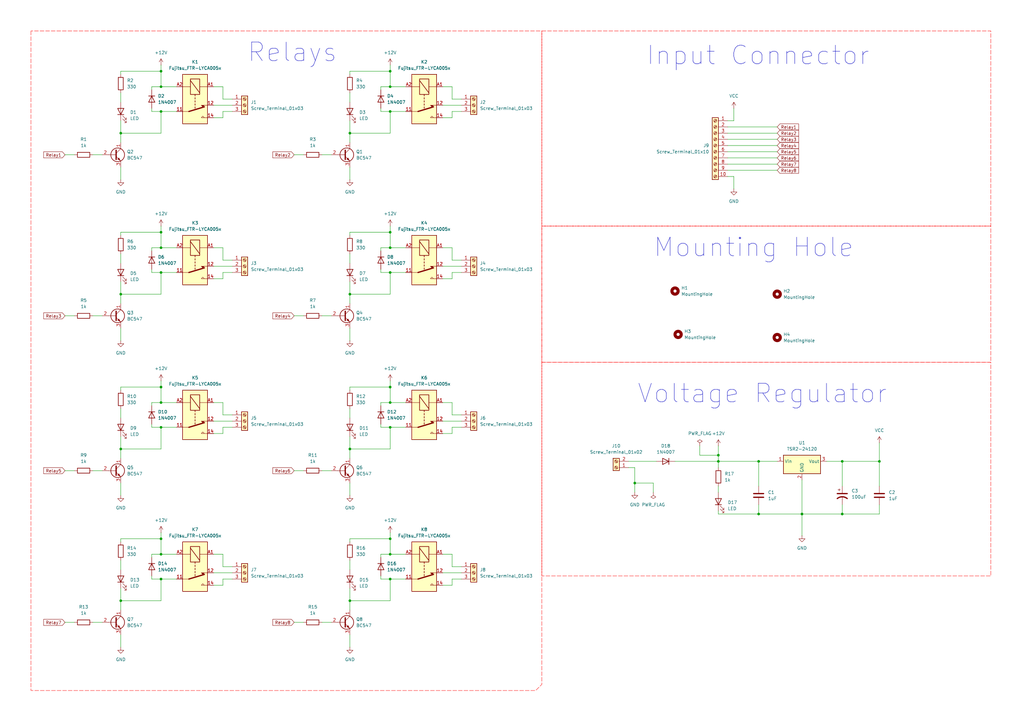
<source format=kicad_sch>
(kicad_sch (version 20250114) (generator "eeschema") (generator_version "9.0")
  (paper "A3")
  (text "Voltage Regulator\n" (at 312.674 161.544 0) (effects (font (size 7.62 7.62))))
  (text "Relays\n" (at 119.888 21.59 0) (effects (font (size 7.62 7.62))))
  (text "Mounting Hole" (at 309.118 101.6 0) (effects (font (size 7.62 7.62))))
  (text "Input Connector\n" (at 310.896 22.86 0) (effects (font (size 7.62 7.62))))
  (junction (at 160.02 175.26))
  (junction (at 160.02 29.21))
  (junction (at 66.04 237.49))
  (junction (at 160.02 165.1))
  (junction (at 260.35 198.12))
  (junction (at 294.64 189.23))
  (junction (at 49.53 246.38))
  (junction (at 160.02 101.6))
  (junction (at 66.04 95.25))
  (junction (at 160.02 45.72))
  (junction (at 66.04 29.21))
  (junction (at 160.02 227.33))
  (junction (at 66.04 220.98))
  (junction (at 66.04 45.72))
  (junction (at 160.02 220.98))
  (junction (at 49.53 184.15))
  (junction (at 311.15 210.82))
  (junction (at 360.68 189.23))
  (junction (at 49.53 54.61))
  (junction (at 66.04 158.75))
  (junction (at 345.44 189.23))
  (junction (at 160.02 237.49))
  (junction (at 66.04 35.56))
  (junction (at 160.02 95.25))
  (junction (at 345.44 210.82))
  (junction (at 143.51 184.15))
  (junction (at 294.64 186.69))
  (junction (at 66.04 227.33))
  (junction (at 311.15 189.23))
  (junction (at 143.51 54.61))
  (junction (at 66.04 175.26))
  (junction (at 66.04 165.1))
  (junction (at 49.53 120.65))
  (junction (at 143.51 120.65))
  (junction (at 66.04 111.76))
  (junction (at 328.93 210.82))
  (junction (at 143.51 246.38))
  (junction (at 160.02 158.75))
  (junction (at 66.04 101.6))
  (junction (at 160.02 111.76))
  (junction (at 160.02 35.56))
  (wire (pts (xy 49.53 134.62) (xy 49.53 139.7)))
  (wire (pts (xy 328.93 210.82) (xy 345.44 210.82)))
  (wire (pts (xy 66.04 95.25) (xy 66.04 101.6)))
  (wire (pts (xy 91.44 240.03) (xy 91.44 237.49)))
  (wire (pts (xy 185.42 165.1) (xy 185.42 170.18)))
  (wire (pts (xy 91.44 111.76) (xy 95.25 111.76)))
  (wire (pts (xy 298.45 64.77) (xy 318.77 64.77)))
  (wire (pts (xy 49.53 49.53) (xy 49.53 54.61)))
  (wire (pts (xy 49.53 30.48) (xy 49.53 29.21)))
  (wire (pts (xy 26.67 255.27) (xy 30.48 255.27)))
  (wire (pts (xy 185.42 40.64) (xy 189.23 40.64)))
  (wire (pts (xy 66.04 218.44) (xy 66.04 220.98)))
  (wire (pts (xy 66.04 111.76) (xy 62.23 111.76)))
  (wire (pts (xy 298.45 69.85) (xy 318.77 69.85)))
  (wire (pts (xy 300.99 49.53) (xy 298.45 49.53)))
  (wire (pts (xy 160.02 175.26) (xy 160.02 184.15)))
  (wire (pts (xy 143.51 184.15) (xy 143.51 187.96)))
  (wire (pts (xy 345.44 189.23) (xy 360.68 189.23)))
  (wire (pts (xy 72.39 101.6) (xy 66.04 101.6)))
  (wire (pts (xy 66.04 156.21) (xy 66.04 158.75)))
  (wire (pts (xy 185.42 240.03) (xy 185.42 237.49)))
  (wire (pts (xy 72.39 227.33) (xy 66.04 227.33)))
  (wire (pts (xy 160.02 218.44) (xy 160.02 220.98)))
  (wire (pts (xy 160.02 175.26) (xy 156.21 175.26)))
  (wire (pts (xy 49.53 260.35) (xy 49.53 265.43)))
  (wire (pts (xy 143.51 29.21) (xy 160.02 29.21)))
  (wire (pts (xy 91.44 165.1) (xy 91.44 170.18)))
  (wire (pts (xy 339.09 189.23) (xy 345.44 189.23)))
  (wire (pts (xy 143.51 160.02) (xy 143.51 158.75)))
  (wire (pts (xy 132.08 129.54) (xy 135.89 129.54)))
  (wire (pts (xy 294.64 191.77) (xy 294.64 189.23)))
  (wire (pts (xy 185.42 170.18) (xy 189.23 170.18)))
  (wire (pts (xy 298.45 72.39) (xy 300.99 72.39)))
  (wire (pts (xy 360.68 181.61) (xy 360.68 189.23)))
  (wire (pts (xy 311.15 189.23) (xy 311.15 199.39)))
  (wire (pts (xy 120.65 255.27) (xy 124.46 255.27)))
  (wire (pts (xy 143.51 198.12) (xy 143.51 203.2)))
  (wire (pts (xy 257.81 191.77) (xy 260.35 191.77)))
  (wire (pts (xy 160.02 165.1) (xy 156.21 165.1)))
  (wire (pts (xy 257.81 189.23) (xy 269.24 189.23)))
  (wire (pts (xy 38.1 255.27) (xy 41.91 255.27)))
  (wire (pts (xy 160.02 111.76) (xy 160.02 120.65)))
  (wire (pts (xy 91.44 170.18) (xy 95.25 170.18)))
  (wire (pts (xy 91.44 232.41) (xy 95.25 232.41)))
  (wire (pts (xy 66.04 92.71) (xy 66.04 95.25)))
  (wire (pts (xy 143.51 179.07) (xy 143.51 184.15)))
  (wire (pts (xy 143.51 38.1) (xy 143.51 41.91)))
  (wire (pts (xy 66.04 158.75) (xy 66.04 165.1)))
  (wire (pts (xy 49.53 167.64) (xy 49.53 171.45)))
  (wire (pts (xy 160.02 237.49) (xy 160.02 246.38)))
  (wire (pts (xy 185.42 232.41) (xy 189.23 232.41)))
  (wire (pts (xy 160.02 120.65) (xy 143.51 120.65)))
  (wire (pts (xy 38.1 193.04) (xy 41.91 193.04)))
  (wire (pts (xy 91.44 175.26) (xy 95.25 175.26)))
  (wire (pts (xy 345.44 199.39) (xy 345.44 189.23)))
  (wire (pts (xy 298.45 54.61) (xy 318.77 54.61)))
  (wire (pts (xy 298.45 52.07) (xy 318.77 52.07)))
  (wire (pts (xy 185.42 106.68) (xy 189.23 106.68)))
  (wire (pts (xy 181.61 35.56) (xy 185.42 35.56)))
  (wire (pts (xy 166.37 237.49) (xy 160.02 237.49)))
  (wire (pts (xy 185.42 114.3) (xy 185.42 111.76)))
  (wire (pts (xy 91.44 45.72) (xy 95.25 45.72)))
  (wire (pts (xy 66.04 29.21) (xy 66.04 35.56)))
  (wire (pts (xy 66.04 237.49) (xy 66.04 246.38)))
  (wire (pts (xy 298.45 57.15) (xy 318.77 57.15)))
  (wire (pts (xy 345.44 210.82) (xy 360.68 210.82)))
  (wire (pts (xy 49.53 38.1) (xy 49.53 41.91)))
  (wire (pts (xy 166.37 165.1) (xy 160.02 165.1)))
  (wire (pts (xy 49.53 158.75) (xy 66.04 158.75)))
  (wire (pts (xy 72.39 165.1) (xy 66.04 165.1)))
  (wire (pts (xy 26.67 63.5) (xy 30.48 63.5)))
  (wire (pts (xy 49.53 68.58) (xy 49.53 73.66)))
  (wire (pts (xy 91.44 48.26) (xy 91.44 45.72)))
  (wire (pts (xy 160.02 45.72) (xy 156.21 45.72)))
  (wire (pts (xy 143.51 229.87) (xy 143.51 233.68)))
  (wire (pts (xy 66.04 54.61) (xy 49.53 54.61)))
  (wire (pts (xy 66.04 120.65) (xy 49.53 120.65)))
  (wire (pts (xy 160.02 246.38) (xy 143.51 246.38)))
  (wire (pts (xy 298.45 62.23) (xy 318.77 62.23)))
  (wire (pts (xy 181.61 48.26) (xy 185.42 48.26)))
  (wire (pts (xy 360.68 207.01) (xy 360.68 210.82)))
  (wire (pts (xy 143.51 158.75) (xy 160.02 158.75)))
  (wire (pts (xy 49.53 96.52) (xy 49.53 95.25)))
  (wire (pts (xy 166.37 45.72) (xy 160.02 45.72)))
  (wire (pts (xy 132.08 193.04) (xy 135.89 193.04)))
  (wire (pts (xy 87.63 172.72) (xy 95.25 172.72)))
  (wire (pts (xy 160.02 29.21) (xy 160.02 35.56)))
  (wire (pts (xy 181.61 172.72) (xy 189.23 172.72)))
  (wire (pts (xy 185.42 177.8) (xy 185.42 175.26)))
  (wire (pts (xy 49.53 241.3) (xy 49.53 246.38)))
  (wire (pts (xy 143.51 120.65) (xy 143.51 124.46)))
  (wire (pts (xy 160.02 237.49) (xy 156.21 237.49)))
  (wire (pts (xy 87.63 177.8) (xy 91.44 177.8)))
  (wire (pts (xy 160.02 184.15) (xy 143.51 184.15)))
  (wire (pts (xy 72.39 237.49) (xy 66.04 237.49)))
  (wire (pts (xy 87.63 43.18) (xy 95.25 43.18)))
  (wire (pts (xy 143.51 49.53) (xy 143.51 54.61)))
  (wire (pts (xy 156.21 101.6) (xy 156.21 102.87)))
  (wire (pts (xy 49.53 160.02) (xy 49.53 158.75)))
  (wire (pts (xy 181.61 114.3) (xy 185.42 114.3)))
  (wire (pts (xy 156.21 165.1) (xy 156.21 166.37)))
  (wire (pts (xy 294.64 189.23) (xy 311.15 189.23)))
  (wire (pts (xy 185.42 237.49) (xy 189.23 237.49)))
  (wire (pts (xy 49.53 184.15) (xy 49.53 187.96)))
  (wire (pts (xy 66.04 175.26) (xy 62.23 175.26)))
  (wire (pts (xy 66.04 165.1) (xy 62.23 165.1)))
  (wire (pts (xy 62.23 227.33) (xy 62.23 228.6)))
  (wire (pts (xy 185.42 35.56) (xy 185.42 40.64)))
  (wire (pts (xy 160.02 26.67) (xy 160.02 29.21)))
  (wire (pts (xy 160.02 54.61) (xy 143.51 54.61)))
  (wire (pts (xy 345.44 207.01) (xy 345.44 210.82)))
  (wire (pts (xy 26.67 193.04) (xy 30.48 193.04)))
  (wire (pts (xy 318.77 189.23) (xy 311.15 189.23)))
  (wire (pts (xy 300.99 44.45) (xy 300.99 49.53)))
  (wire (pts (xy 143.51 30.48) (xy 143.51 29.21)))
  (wire (pts (xy 49.53 198.12) (xy 49.53 203.2)))
  (wire (pts (xy 49.53 246.38) (xy 49.53 250.19)))
  (wire (pts (xy 49.53 95.25) (xy 66.04 95.25)))
  (wire (pts (xy 120.65 63.5) (xy 124.46 63.5)))
  (wire (pts (xy 160.02 220.98) (xy 160.02 227.33)))
  (wire (pts (xy 87.63 48.26) (xy 91.44 48.26)))
  (wire (pts (xy 181.61 227.33) (xy 185.42 227.33)))
  (wire (pts (xy 160.02 45.72) (xy 160.02 54.61)))
  (wire (pts (xy 185.42 48.26) (xy 185.42 45.72)))
  (wire (pts (xy 87.63 114.3) (xy 91.44 114.3)))
  (wire (pts (xy 143.51 54.61) (xy 143.51 58.42)))
  (wire (pts (xy 143.51 260.35) (xy 143.51 265.43)))
  (wire (pts (xy 62.23 101.6) (xy 62.23 102.87)))
  (wire (pts (xy 300.99 72.39) (xy 300.99 77.47)))
  (wire (pts (xy 49.53 115.57) (xy 49.53 120.65)))
  (wire (pts (xy 91.44 106.68) (xy 95.25 106.68)))
  (wire (pts (xy 66.04 184.15) (xy 49.53 184.15)))
  (wire (pts (xy 181.61 234.95) (xy 189.23 234.95)))
  (wire (pts (xy 160.02 158.75) (xy 160.02 165.1)))
  (wire (pts (xy 181.61 43.18) (xy 189.23 43.18)))
  (wire (pts (xy 66.04 45.72) (xy 62.23 45.72)))
  (wire (pts (xy 62.23 173.99) (xy 62.23 175.26)))
  (wire (pts (xy 260.35 198.12) (xy 260.35 201.93)))
  (wire (pts (xy 72.39 111.76) (xy 66.04 111.76)))
  (wire (pts (xy 166.37 101.6) (xy 160.02 101.6)))
  (wire (pts (xy 91.44 237.49) (xy 95.25 237.49)))
  (wire (pts (xy 185.42 45.72) (xy 189.23 45.72)))
  (wire (pts (xy 62.23 35.56) (xy 62.23 36.83)))
  (wire (pts (xy 66.04 26.67) (xy 66.04 29.21)))
  (wire (pts (xy 185.42 227.33) (xy 185.42 232.41)))
  (wire (pts (xy 143.51 68.58) (xy 143.51 73.66)))
  (wire (pts (xy 298.45 59.69) (xy 318.77 59.69)))
  (wire (pts (xy 156.21 236.22) (xy 156.21 237.49)))
  (wire (pts (xy 181.61 109.22) (xy 189.23 109.22)))
  (wire (pts (xy 143.51 95.25) (xy 160.02 95.25)))
  (wire (pts (xy 91.44 101.6) (xy 91.44 106.68)))
  (wire (pts (xy 260.35 198.12) (xy 267.97 198.12)))
  (wire (pts (xy 120.65 129.54) (xy 124.46 129.54)))
  (wire (pts (xy 287.02 186.69) (xy 294.64 186.69)))
  (wire (pts (xy 91.44 177.8) (xy 91.44 175.26)))
  (wire (pts (xy 166.37 111.76) (xy 160.02 111.76)))
  (wire (pts (xy 91.44 35.56) (xy 91.44 40.64)))
  (wire (pts (xy 360.68 189.23) (xy 360.68 199.39)))
  (wire (pts (xy 166.37 227.33) (xy 160.02 227.33)))
  (wire (pts (xy 91.44 40.64) (xy 95.25 40.64)))
  (wire (pts (xy 143.51 222.25) (xy 143.51 220.98)))
  (wire (pts (xy 38.1 129.54) (xy 41.91 129.54)))
  (wire (pts (xy 87.63 101.6) (xy 91.44 101.6)))
  (wire (pts (xy 143.51 96.52) (xy 143.51 95.25)))
  (wire (pts (xy 132.08 63.5) (xy 135.89 63.5)))
  (wire (pts (xy 328.93 196.85) (xy 328.93 210.82)))
  (wire (pts (xy 260.35 191.77) (xy 260.35 198.12)))
  (wire (pts (xy 185.42 175.26) (xy 189.23 175.26)))
  (wire (pts (xy 72.39 35.56) (xy 66.04 35.56)))
  (wire (pts (xy 160.02 92.71) (xy 160.02 95.25)))
  (wire (pts (xy 91.44 227.33) (xy 91.44 232.41)))
  (wire (pts (xy 160.02 227.33) (xy 156.21 227.33)))
  (wire (pts (xy 185.42 111.76) (xy 189.23 111.76)))
  (wire (pts (xy 49.53 179.07) (xy 49.53 184.15)))
  (wire (pts (xy 294.64 182.88) (xy 294.64 186.69)))
  (wire (pts (xy 166.37 35.56) (xy 160.02 35.56)))
  (wire (pts (xy 156.21 173.99) (xy 156.21 175.26)))
  (wire (pts (xy 143.51 104.14) (xy 143.51 107.95)))
  (wire (pts (xy 311.15 210.82) (xy 328.93 210.82)))
  (wire (pts (xy 160.02 35.56) (xy 156.21 35.56)))
  (wire (pts (xy 156.21 110.49) (xy 156.21 111.76)))
  (wire (pts (xy 156.21 44.45) (xy 156.21 45.72)))
  (wire (pts (xy 87.63 234.95) (xy 95.25 234.95)))
  (wire (pts (xy 87.63 227.33) (xy 91.44 227.33)))
  (wire (pts (xy 120.65 193.04) (xy 124.46 193.04)))
  (wire (pts (xy 87.63 109.22) (xy 95.25 109.22)))
  (wire (pts (xy 66.04 111.76) (xy 66.04 120.65)))
  (wire (pts (xy 66.04 35.56) (xy 62.23 35.56)))
  (wire (pts (xy 26.67 129.54) (xy 30.48 129.54)))
  (wire (pts (xy 66.04 175.26) (xy 66.04 184.15)))
  (wire (pts (xy 66.04 227.33) (xy 62.23 227.33)))
  (wire (pts (xy 181.61 240.03) (xy 185.42 240.03)))
  (wire (pts (xy 38.1 63.5) (xy 41.91 63.5)))
  (wire (pts (xy 181.61 177.8) (xy 185.42 177.8)))
  (wire (pts (xy 72.39 45.72) (xy 66.04 45.72)))
  (wire (pts (xy 160.02 101.6) (xy 156.21 101.6)))
  (wire (pts (xy 66.04 237.49) (xy 62.23 237.49)))
  (wire (pts (xy 294.64 209.55) (xy 294.64 210.82)))
  (wire (pts (xy 62.23 44.45) (xy 62.23 45.72)))
  (wire (pts (xy 62.23 110.49) (xy 62.23 111.76)))
  (wire (pts (xy 91.44 114.3) (xy 91.44 111.76)))
  (wire (pts (xy 328.93 210.82) (xy 328.93 219.71)))
  (wire (pts (xy 49.53 220.98) (xy 66.04 220.98)))
  (wire (pts (xy 49.53 104.14) (xy 49.53 107.95)))
  (wire (pts (xy 143.51 115.57) (xy 143.51 120.65)))
  (wire (pts (xy 185.42 101.6) (xy 185.42 106.68)))
  (wire (pts (xy 298.45 67.31) (xy 318.77 67.31)))
  (wire (pts (xy 62.23 165.1) (xy 62.23 166.37)))
  (wire (pts (xy 66.04 45.72) (xy 66.04 54.61)))
  (wire (pts (xy 143.51 134.62) (xy 143.51 139.7)))
  (wire (pts (xy 66.04 220.98) (xy 66.04 227.33)))
  (wire (pts (xy 87.63 35.56) (xy 91.44 35.56)))
  (wire (pts (xy 143.51 241.3) (xy 143.51 246.38)))
  (wire (pts (xy 143.51 220.98) (xy 160.02 220.98)))
  (wire (pts (xy 49.53 120.65) (xy 49.53 124.46)))
  (wire (pts (xy 181.61 165.1) (xy 185.42 165.1)))
  (wire (pts (xy 276.86 189.23) (xy 294.64 189.23)))
  (wire (pts (xy 49.53 29.21) (xy 66.04 29.21)))
  (wire (pts (xy 49.53 222.25) (xy 49.53 220.98)))
  (wire (pts (xy 160.02 156.21) (xy 160.02 158.75)))
  (wire (pts (xy 66.04 246.38) (xy 49.53 246.38)))
  (wire (pts (xy 294.64 199.39) (xy 294.64 201.93)))
  (wire (pts (xy 62.23 236.22) (xy 62.23 237.49)))
  (wire (pts (xy 49.53 229.87) (xy 49.53 233.68)))
  (wire (pts (xy 132.08 255.27) (xy 135.89 255.27)))
  (wire (pts (xy 156.21 227.33) (xy 156.21 228.6)))
  (wire (pts (xy 311.15 207.01) (xy 311.15 210.82)))
  (wire (pts (xy 143.51 246.38) (xy 143.51 250.19)))
  (wire (pts (xy 49.53 54.61) (xy 49.53 58.42)))
  (wire (pts (xy 267.97 201.93) (xy 267.97 198.12)))
  (wire (pts (xy 166.37 175.26) (xy 160.02 175.26)))
  (wire (pts (xy 87.63 240.03) (xy 91.44 240.03)))
  (wire (pts (xy 72.39 175.26) (xy 66.04 175.26)))
  (wire (pts (xy 66.04 101.6) (xy 62.23 101.6)))
  (wire (pts (xy 156.21 35.56) (xy 156.21 36.83)))
  (wire (pts (xy 160.02 111.76) (xy 156.21 111.76)))
  (wire (pts (xy 294.64 210.82) (xy 311.15 210.82)))
  (wire (pts (xy 287.02 182.88) (xy 287.02 186.69)))
  (wire (pts (xy 143.51 167.64) (xy 143.51 171.45)))
  (wire (pts (xy 294.64 186.69) (xy 294.64 189.23)))
  (wire (pts (xy 160.02 95.25) (xy 160.02 101.6)))
  (wire (pts (xy 181.61 101.6) (xy 185.42 101.6)))
  (wire (pts (xy 87.63 165.1) (xy 91.44 165.1)))
  (global_label "Relay7" (shape input) (at 318.77 67.31 0) (property "Intersheetrefs" "${INTERSHEET_REFS}" (effects (hide yes))))
  (global_label "Relay5" (shape input) (at 318.77 62.23 0) (property "Intersheetrefs" "${INTERSHEET_REFS}" (effects (hide yes))))
  (global_label "Relay6" (shape input) (at 318.77 64.77 0) (property "Intersheetrefs" "${INTERSHEET_REFS}" (effects (hide yes))))
  (global_label "Relay1" (shape input) (at 26.67 63.5 180) (property "Intersheetrefs" "${INTERSHEET_REFS}" (effects (hide yes))))
  (global_label "Relay2" (shape input) (at 120.65 63.5 180) (property "Intersheetrefs" "${INTERSHEET_REFS}" (effects (hide yes))))
  (global_label "Relay5" (shape input) (at 26.67 193.04 180) (property "Intersheetrefs" "${INTERSHEET_REFS}" (effects (hide yes))))
  (global_label "Relay4" (shape input) (at 120.65 129.54 180) (property "Intersheetrefs" "${INTERSHEET_REFS}" (effects (hide yes))))
  (global_label "Relay2" (shape input) (at 318.77 54.61 0) (property "Intersheetrefs" "${INTERSHEET_REFS}" (effects (hide yes))))
  (global_label "Relay8" (shape input) (at 318.77 69.85 0) (property "Intersheetrefs" "${INTERSHEET_REFS}" (effects (hide yes))))
  (global_label "Relay3" (shape input) (at 26.67 129.54 180) (property "Intersheetrefs" "${INTERSHEET_REFS}" (effects (hide yes))))
  (global_label "Relay3" (shape input) (at 318.77 57.15 0) (property "Intersheetrefs" "${INTERSHEET_REFS}" (effects (hide yes))))
  (global_label "Relay8" (shape input) (at 120.65 255.27 180) (property "Intersheetrefs" "${INTERSHEET_REFS}" (effects (hide yes))))
  (global_label "Relay6" (shape input) (at 120.65 193.04 180) (property "Intersheetrefs" "${INTERSHEET_REFS}" (effects (hide yes))))
  (global_label "Relay1" (shape input) (at 318.77 52.07 0) (property "Intersheetrefs" "${INTERSHEET_REFS}" (effects (hide yes))))
  (global_label "Relay4" (shape input) (at 318.77 59.69 0) (property "Intersheetrefs" "${INTERSHEET_REFS}" (effects (hide yes))))
  (global_label "Relay7" (shape input) (at 26.67 255.27 180) (property "Intersheetrefs" "${INTERSHEET_REFS}" (effects (hide yes))))
  (rule_area (polyline (pts (xy 222.25 148.59) (xy 406.4 148.59) (xy 406.4 236.22) (xy 222.25 236.22)) (stroke (width 0) (type dash))))
  (rule_area (polyline (pts (xy 12.7 12.7) (xy 12.7 283.21) (xy 219.71 283.21) (xy 222.25 280.67) (xy 222.25 12.7)) (stroke (width 0) (type dash))))
  (rule_area (polyline (pts (xy 222.25 92.71) (xy 406.4 92.71) (xy 406.4 148.59) (xy 222.25 148.59)) (stroke (width 0) (type dash))))
  (rule_area (polyline (pts (xy 222.25 12.7) (xy 406.4 12.7) (xy 406.4 92.71) (xy 222.25 92.71)) (stroke (width 0) (type dash))))
  (symbol (lib_id "power:+12V") (at 66.04 92.71 0) (unit 1)
    (property "Reference" "#PWR06" (effects (hide yes)))
    (property "Value" "+12V" (at 66.04 87.63 0))
    (property "Description" "Power symbol creates a global label with name \"+12V\"" (effects (hide yes)))
  )
  (symbol (lib_id "Device:LED") (at 294.64 205.74 90) (unit 1)
    (property "Reference" "D17" (at 298.45 206.0574 90) (effects (justify right)))
    (property "Value" "LED" (at 298.45 208.5974 90) (effects (justify right)))
    (property "Footprint" "LED_THT:LED_D3.0mm" (effects (hide yes)))
    (property "Description" "Light emitting diode" (effects (hide yes)))
    (property "Sim.Pins" "1=K 2=A" (effects (hide yes)))
  )
  (symbol (lib_id "power:PWR_FLAG") (at 287.02 182.88 0) (unit 1)
    (property "Reference" "#FLG021" (effects (hide yes)))
    (property "Value" "PWR_FLAG" (at 287.02 177.8 0))
    (property "Description" "Special symbol for telling ERC where power comes from" (effects (hide yes)))
  )
  (symbol (lib_id "Diode:1N4007") (at 62.23 232.41 270) (unit 1)
    (property "Reference" "D14" (at 64.77 231.1399 90) (effects (justify left)))
    (property "Value" "1N4007" (at 64.77 233.6799 90) (effects (justify left)))
    (property "Footprint" "Diode_THT:D_DO-41_SOD81_P10.16mm_Horizontal" (effects (hide yes)))
    (property "Datasheet" "http://www.vishay.com/docs/88503/1n4001.pdf" (effects (hide yes)))
    (property "Description" "1000V 1A General Purpose Rectifier Diode, DO-41" (effects (hide yes)))
    (property "Sim.Device" "D" (effects (hide yes)))
    (property "Sim.Pins" "1=K 2=A" (effects (hide yes)))
  )
  (symbol (lib_id "Device:LED") (at 143.51 237.49 90) (unit 1)
    (property "Reference" "D15" (at 147.32 237.8074 90) (effects (justify right)))
    (property "Value" "LED" (at 147.32 240.3474 90) (effects (justify right)))
    (property "Footprint" "LED_THT:LED_D3.0mm" (effects (hide yes)))
    (property "Description" "Light emitting diode" (effects (hide yes)))
    (property "Sim.Pins" "1=K 2=A" (effects (hide yes)))
  )
  (symbol (lib_id "power:GND") (at 49.53 203.2 0) (unit 1)
    (property "Reference" "#PWR09" (effects (hide yes)))
    (property "Value" "GND" (at 49.53 208.28 0))
    (property "Description" "Power symbol creates a global label with name \"GND\" , ground" (effects (hide yes)))
  )
  (symbol (lib_id "power:GND") (at 143.51 139.7 0) (unit 1)
    (property "Reference" "#PWR07" (effects (hide yes)))
    (property "Value" "GND" (at 143.51 144.78 0))
    (property "Description" "Power symbol creates a global label with name \"GND\" , ground" (effects (hide yes)))
  )
  (symbol (lib_id "Device:LED") (at 143.51 111.76 90) (unit 1)
    (property "Reference" "D7" (at 147.32 112.0774 90) (effects (justify right)))
    (property "Value" "LED" (at 147.32 114.6174 90) (effects (justify right)))
    (property "Footprint" "LED_THT:LED_D3.0mm" (effects (hide yes)))
    (property "Description" "Light emitting diode" (effects (hide yes)))
    (property "Sim.Pins" "1=K 2=A" (effects (hide yes)))
  )
  (symbol (lib_id "Connector:Screw_Terminal_01x03") (at 100.33 172.72 0) (unit 1)
    (property "Reference" "J5" (at 102.87 171.4499 0) (effects (justify left)))
    (property "Value" "Screw_Terminal_01x03" (at 102.87 173.9899 0) (effects (justify left)))
    (property "Footprint" "TerminalBlock_Phoenix:TerminalBlock_Phoenix_MKDS-1,5-2-5.08_1x02_P5.08mm_Horizontal" (effects (hide yes)))
    (property "Description" "Generic screw terminal, single row, 01x03, script generated (kicad-library-utils/schlib/autogen/connector/)" (effects (hide yes)))
  )
  (symbol (lib_id "Transistor_BJT:BC547") (at 140.97 193.04 0) (unit 1)
    (property "Reference" "Q6" (at 146.05 191.7699 0) (effects (justify left)))
    (property "Value" "BC547" (at 146.05 194.3099 0) (effects (justify left)))
    (property "Footprint" "Package_TO_SOT_THT:TO-92_Inline" (effects (hide yes)))
    (property "Datasheet" "https://www.onsemi.com/pub/Collateral/BC550-D.pdf" (effects (hide yes)))
    (property "Description" "0.1A Ic, 45V Vce, Small Signal NPN Transistor, TO-92" (effects (hide yes)))
  )
  (symbol (lib_id "Transistor_BJT:BC547") (at 140.97 129.54 0) (unit 1)
    (property "Reference" "Q4" (at 146.05 128.2699 0) (effects (justify left)))
    (property "Value" "BC547" (at 146.05 130.8099 0) (effects (justify left)))
    (property "Footprint" "Package_TO_SOT_THT:TO-92_Inline" (effects (hide yes)))
    (property "Datasheet" "https://www.onsemi.com/pub/Collateral/BC550-D.pdf" (effects (hide yes)))
    (property "Description" "0.1A Ic, 45V Vce, Small Signal NPN Transistor, TO-92" (effects (hide yes)))
  )
  (symbol (lib_id "power:GND") (at 49.53 73.66 0) (unit 1)
    (property "Reference" "#PWR01" (effects (hide yes)))
    (property "Value" "GND" (at 49.53 78.74 0))
    (property "Description" "Power symbol creates a global label with name \"GND\" , ground" (effects (hide yes)))
  )
  (symbol (lib_id "Connector:Screw_Terminal_01x03") (at 100.33 43.18 0) (unit 1)
    (property "Reference" "J1" (at 102.87 41.9099 0) (effects (justify left)))
    (property "Value" "Screw_Terminal_01x03" (at 102.87 44.4499 0) (effects (justify left)))
    (property "Footprint" "TerminalBlock_Phoenix:TerminalBlock_Phoenix_MKDS-1,5-2-5.08_1x02_P5.08mm_Horizontal" (effects (hide yes)))
    (property "Description" "Generic screw terminal, single row, 01x03, script generated (kicad-library-utils/schlib/autogen/connector/)" (effects (hide yes)))
  )
  (symbol (lib_id "Device:R") (at 128.27 129.54 90) (unit 1)
    (property "Reference" "R7" (at 128.27 123.19 90))
    (property "Value" "1k" (at 128.27 125.73 90))
    (property "Footprint" "Resistor_THT:R_Axial_DIN0204_L3.6mm_D1.6mm_P7.62mm_Horizontal" (effects (hide yes)))
    (property "Description" "Resistor" (effects (hide yes)))
  )
  (symbol (lib_id "Device:R") (at 143.51 100.33 0) (unit 1)
    (property "Reference" "R8" (at 146.05 99.0599 0) (effects (justify left)))
    (property "Value" "330" (at 146.05 101.5999 0) (effects (justify left)))
    (property "Footprint" "Resistor_THT:R_Axial_DIN0204_L3.6mm_D1.6mm_P7.62mm_Horizontal" (effects (hide yes)))
    (property "Description" "Resistor" (effects (hide yes)))
  )
  (symbol (lib_id "Device:R") (at 294.64 195.58 0) (unit 1)
    (property "Reference" "R17" (at 297.18 194.3099 0) (effects (justify left)))
    (property "Value" "1k" (at 297.18 196.8499 0) (effects (justify left)))
    (property "Footprint" "Resistor_THT:R_Axial_DIN0204_L3.6mm_D1.6mm_P7.62mm_Horizontal" (effects (hide yes)))
    (property "Description" "Resistor" (effects (hide yes)))
  )
  (symbol (lib_id "Transistor_BJT:BC547") (at 46.99 129.54 0) (unit 1)
    (property "Reference" "Q3" (at 52.07 128.2699 0) (effects (justify left)))
    (property "Value" "BC547" (at 52.07 130.8099 0) (effects (justify left)))
    (property "Footprint" "Package_TO_SOT_THT:TO-92_Inline" (effects (hide yes)))
    (property "Datasheet" "https://www.onsemi.com/pub/Collateral/BC550-D.pdf" (effects (hide yes)))
    (property "Description" "0.1A Ic, 45V Vce, Small Signal NPN Transistor, TO-92" (effects (hide yes)))
  )
  (symbol (lib_id "Connector:Screw_Terminal_01x02") (at 252.73 191.77 180) (unit 1)
    (property "Reference" "J10" (at 252.73 182.88 0))
    (property "Value" "Screw_Terminal_01x02" (at 252.73 185.42 0))
    (property "Footprint" "TerminalBlock_Phoenix:TerminalBlock_Phoenix_MKDS-1,5-2-5.08_1x02_P5.08mm_Horizontal" (effects (hide yes)))
    (property "Description" "Generic screw terminal, single row, 01x02, script generated (kicad-library-utils/schlib/autogen/connector/)" (effects (hide yes)))
  )
  (symbol (lib_id "Device:R") (at 128.27 255.27 90) (unit 1)
    (property "Reference" "R15" (at 128.27 248.92 90))
    (property "Value" "1k" (at 128.27 251.46 90))
    (property "Footprint" "Resistor_THT:R_Axial_DIN0204_L3.6mm_D1.6mm_P7.62mm_Horizontal" (effects (hide yes)))
    (property "Description" "Resistor" (effects (hide yes)))
  )
  (symbol (lib_id "Mechanical:MountingHole") (at 278.13 137.16 0) (unit 1) (in_bom no)
    (property "Reference" "H3" (at 280.67 135.8899 0) (effects (justify left)))
    (property "Value" "MountingHole" (at 280.67 138.4299 0) (effects (justify left)))
    (property "Footprint" "MountingHole:MountingHole_3.5mm_Pad" (effects (hide yes)))
    (property "Description" "Mounting Hole without connection" (effects (hide yes)))
  )
  (symbol (lib_id "Relay:Fujitsu_FTR-LYCA005x") (at 173.99 232.41 270) (unit 1)
    (property "Reference" "K8" (at 173.99 217.17 90))
    (property "Value" "Fujitsu_FTR-LYCA005x" (at 173.99 219.71 90))
    (property "Footprint" "Relay_THT:Relay_SPDT_Fujitsu_FTR-LYCA005x_FormC_Vertical" (effects (hide yes)))
    (property "Datasheet" "https://www.fujitsu.com/sg/imagesgig5/ftr-ly.pdf" (effects (hide yes)))
    (property "Description" "Relay, SPDT Form C, vertical mount, 5-60V coil, 6A, 250VAC, 28 x 5 x 15mm" (effects (hide yes)))
  )
  (symbol (lib_id "Transistor_BJT:BC547") (at 46.99 193.04 0) (unit 1)
    (property "Reference" "Q5" (at 52.07 191.7699 0) (effects (justify left)))
    (property "Value" "BC547" (at 52.07 194.3099 0) (effects (justify left)))
    (property "Footprint" "Package_TO_SOT_THT:TO-92_Inline" (effects (hide yes)))
    (property "Datasheet" "https://www.onsemi.com/pub/Collateral/BC550-D.pdf" (effects (hide yes)))
    (property "Description" "0.1A Ic, 45V Vce, Small Signal NPN Transistor, TO-92" (effects (hide yes)))
  )
  (symbol (lib_id "Device:LED") (at 143.51 175.26 90) (unit 1)
    (property "Reference" "D11" (at 147.32 175.5774 90) (effects (justify right)))
    (property "Value" "LED" (at 147.32 178.1174 90) (effects (justify right)))
    (property "Footprint" "LED_THT:LED_D3.0mm" (effects (hide yes)))
    (property "Description" "Light emitting diode" (effects (hide yes)))
    (property "Sim.Pins" "1=K 2=A" (effects (hide yes)))
  )
  (symbol (lib_id "Device:LED") (at 143.51 45.72 90) (unit 1)
    (property "Reference" "D3" (at 147.32 46.0374 90) (effects (justify right)))
    (property "Value" "LED" (at 147.32 48.5774 90) (effects (justify right)))
    (property "Footprint" "LED_THT:LED_D3.0mm" (effects (hide yes)))
    (property "Description" "Light emitting diode" (effects (hide yes)))
    (property "Sim.Pins" "1=K 2=A" (effects (hide yes)))
  )
  (symbol (lib_id "Connector:Screw_Terminal_01x03") (at 194.31 43.18 0) (unit 1)
    (property "Reference" "J2" (at 196.85 41.9099 0) (effects (justify left)))
    (property "Value" "Screw_Terminal_01x03" (at 196.85 44.4499 0) (effects (justify left)))
    (property "Footprint" "TerminalBlock_Phoenix:TerminalBlock_Phoenix_MKDS-1,5-2-5.08_1x02_P5.08mm_Horizontal" (effects (hide yes)))
    (property "Description" "Generic screw terminal, single row, 01x03, script generated (kicad-library-utils/schlib/autogen/connector/)" (effects (hide yes)))
  )
  (symbol (lib_id "Device:LED") (at 49.53 111.76 90) (unit 1)
    (property "Reference" "D5" (at 53.34 112.0774 90) (effects (justify right)))
    (property "Value" "LED" (at 53.34 114.6174 90) (effects (justify right)))
    (property "Footprint" "LED_THT:LED_D3.0mm" (effects (hide yes)))
    (property "Description" "Light emitting diode" (effects (hide yes)))
    (property "Sim.Pins" "1=K 2=A" (effects (hide yes)))
  )
  (symbol (lib_id "power:+12V") (at 160.02 156.21 0) (unit 1)
    (property "Reference" "#PWR012" (effects (hide yes)))
    (property "Value" "+12V" (at 160.02 151.13 0))
    (property "Description" "Power symbol creates a global label with name \"+12V\"" (effects (hide yes)))
  )
  (symbol (lib_id "Diode:1N4007") (at 273.05 189.23 180) (unit 1)
    (property "Reference" "D18" (at 273.05 182.88 0))
    (property "Value" "1N4007" (at 273.05 185.42 0))
    (property "Footprint" "Diode_THT:D_DO-41_SOD81_P10.16mm_Horizontal" (effects (hide yes)))
    (property "Datasheet" "http://www.vishay.com/docs/88503/1n4001.pdf" (effects (hide yes)))
    (property "Description" "1000V 1A General Purpose Rectifier Diode, DO-41" (effects (hide yes)))
    (property "Sim.Device" "D" (effects (hide yes)))
    (property "Sim.Pins" "1=K 2=A" (effects (hide yes)))
  )
  (symbol (lib_id "power:GND") (at 260.35 201.93 0) (unit 1)
    (property "Reference" "#PWR022" (effects (hide yes)))
    (property "Value" "GND" (at 260.35 207.01 0))
    (property "Description" "Power symbol creates a global label with name \"GND\" , ground" (effects (hide yes)))
  )
  (symbol (lib_id "Connector:Screw_Terminal_01x03") (at 194.31 172.72 0) (unit 1)
    (property "Reference" "J6" (at 196.85 171.4499 0) (effects (justify left)))
    (property "Value" "Screw_Terminal_01x03" (at 196.85 173.9899 0) (effects (justify left)))
    (property "Footprint" "TerminalBlock_Phoenix:TerminalBlock_Phoenix_MKDS-1,5-2-5.08_1x02_P5.08mm_Horizontal" (effects (hide yes)))
    (property "Description" "Generic screw terminal, single row, 01x03, script generated (kicad-library-utils/schlib/autogen/connector/)" (effects (hide yes)))
  )
  (symbol (lib_id "Device:R") (at 49.53 226.06 0) (unit 1)
    (property "Reference" "R14" (at 52.07 224.7899 0) (effects (justify left)))
    (property "Value" "330" (at 52.07 227.3299 0) (effects (justify left)))
    (property "Footprint" "Resistor_THT:R_Axial_DIN0204_L3.6mm_D1.6mm_P7.62mm_Horizontal" (effects (hide yes)))
    (property "Description" "Resistor" (effects (hide yes)))
  )
  (symbol (lib_id "Transistor_BJT:BC547") (at 46.99 63.5 0) (unit 1)
    (property "Reference" "Q2" (at 52.07 62.2299 0) (effects (justify left)))
    (property "Value" "BC547" (at 52.07 64.7699 0) (effects (justify left)))
    (property "Footprint" "Package_TO_SOT_THT:TO-92_Inline" (effects (hide yes)))
    (property "Datasheet" "https://www.onsemi.com/pub/Collateral/BC550-D.pdf" (effects (hide yes)))
    (property "Description" "0.1A Ic, 45V Vce, Small Signal NPN Transistor, TO-92" (effects (hide yes)))
  )
  (symbol (lib_id "Mechanical:MountingHole") (at 276.86 119.38 0) (unit 1) (in_bom no)
    (property "Reference" "H1" (at 279.4 118.1099 0) (effects (justify left)))
    (property "Value" "MountingHole" (at 279.4 120.6499 0) (effects (justify left)))
    (property "Footprint" "MountingHole:MountingHole_3.5mm_Pad" (effects (hide yes)))
    (property "Description" "Mounting Hole without connection" (effects (hide yes)))
  )
  (symbol (lib_id "power:+12V") (at 160.02 218.44 0) (unit 1)
    (property "Reference" "#PWR016" (effects (hide yes)))
    (property "Value" "+12V" (at 160.02 213.36 0))
    (property "Description" "Power symbol creates a global label with name \"+12V\"" (effects (hide yes)))
  )
  (symbol (lib_id "Relay:Fujitsu_FTR-LYCA005x") (at 80.01 40.64 270) (unit 1)
    (property "Reference" "K1" (at 80.01 25.4 90))
    (property "Value" "Fujitsu_FTR-LYCA005x" (at 80.01 27.94 90))
    (property "Footprint" "Relay_THT:Relay_SPDT_Fujitsu_FTR-LYCA005x_FormC_Vertical" (effects (hide yes)))
    (property "Datasheet" "https://www.fujitsu.com/sg/imagesgig5/ftr-ly.pdf" (effects (hide yes)))
    (property "Description" "Relay, SPDT Form C, vertical mount, 5-60V coil, 6A, 250VAC, 28 x 5 x 15mm" (effects (hide yes)))
  )
  (symbol (lib_id "Device:LED") (at 49.53 237.49 90) (unit 1)
    (property "Reference" "D13" (at 53.34 237.8074 90) (effects (justify right)))
    (property "Value" "LED" (at 53.34 240.3474 90) (effects (justify right)))
    (property "Footprint" "LED_THT:LED_D3.0mm" (effects (hide yes)))
    (property "Description" "Light emitting diode" (effects (hide yes)))
    (property "Sim.Pins" "1=K 2=A" (effects (hide yes)))
  )
  (symbol (lib_id "Relay:Fujitsu_FTR-LYCA005x") (at 80.01 106.68 270) (unit 1)
    (property "Reference" "K3" (at 80.01 91.44 90))
    (property "Value" "Fujitsu_FTR-LYCA005x" (at 80.01 93.98 90))
    (property "Footprint" "Relay_THT:Relay_SPDT_Fujitsu_FTR-LYCA005x_FormC_Vertical" (effects (hide yes)))
    (property "Datasheet" "https://www.fujitsu.com/sg/imagesgig5/ftr-ly.pdf" (effects (hide yes)))
    (property "Description" "Relay, SPDT Form C, vertical mount, 5-60V coil, 6A, 250VAC, 28 x 5 x 15mm" (effects (hide yes)))
  )
  (symbol (lib_id "Device:R") (at 49.53 163.83 0) (unit 1)
    (property "Reference" "R10" (at 52.07 162.5599 0) (effects (justify left)))
    (property "Value" "330" (at 52.07 165.0999 0) (effects (justify left)))
    (property "Footprint" "Resistor_THT:R_Axial_DIN0204_L3.6mm_D1.6mm_P7.62mm_Horizontal" (effects (hide yes)))
    (property "Description" "Resistor" (effects (hide yes)))
  )
  (symbol (lib_id "Relay:Fujitsu_FTR-LYCA005x") (at 173.99 170.18 270) (unit 1)
    (property "Reference" "K6" (at 173.99 154.94 90))
    (property "Value" "Fujitsu_FTR-LYCA005x" (at 173.99 157.48 90))
    (property "Footprint" "Relay_THT:Relay_SPDT_Fujitsu_FTR-LYCA005x_FormC_Vertical" (effects (hide yes)))
    (property "Datasheet" "https://www.fujitsu.com/sg/imagesgig5/ftr-ly.pdf" (effects (hide yes)))
    (property "Description" "Relay, SPDT Form C, vertical mount, 5-60V coil, 6A, 250VAC, 28 x 5 x 15mm" (effects (hide yes)))
  )
  (symbol (lib_id "Connector:Screw_Terminal_01x03") (at 100.33 109.22 0) (unit 1)
    (property "Reference" "J3" (at 102.87 107.9499 0) (effects (justify left)))
    (property "Value" "Screw_Terminal_01x03" (at 102.87 110.4899 0) (effects (justify left)))
    (property "Footprint" "TerminalBlock_Phoenix:TerminalBlock_Phoenix_MKDS-1,5-2-5.08_1x02_P5.08mm_Horizontal" (effects (hide yes)))
    (property "Description" "Generic screw terminal, single row, 01x03, script generated (kicad-library-utils/schlib/autogen/connector/)" (effects (hide yes)))
  )
  (symbol (lib_id "power:GND") (at 143.51 203.2 0) (unit 1)
    (property "Reference" "#PWR011" (effects (hide yes)))
    (property "Value" "GND" (at 143.51 208.28 0))
    (property "Description" "Power symbol creates a global label with name \"GND\" , ground" (effects (hide yes)))
  )
  (symbol (lib_id "Device:R") (at 128.27 63.5 90) (unit 1)
    (property "Reference" "R3" (at 128.27 57.15 90))
    (property "Value" "1k" (at 128.27 59.69 90))
    (property "Footprint" "Resistor_THT:R_Axial_DIN0204_L3.6mm_D1.6mm_P7.62mm_Horizontal" (effects (hide yes)))
    (property "Description" "Resistor" (effects (hide yes)))
  )
  (symbol (lib_id "power:+12V") (at 66.04 26.67 0) (unit 1)
    (property "Reference" "#PWR02" (effects (hide yes)))
    (property "Value" "+12V" (at 66.04 21.59 0))
    (property "Description" "Power symbol creates a global label with name \"+12V\"" (effects (hide yes)))
  )
  (symbol (lib_id "Mechanical:MountingHole") (at 318.77 138.43 0) (unit 1) (in_bom no)
    (property "Reference" "H4" (at 321.31 137.1599 0) (effects (justify left)))
    (property "Value" "MountingHole" (at 321.31 139.6999 0) (effects (justify left)))
    (property "Footprint" "MountingHole:MountingHole_3.5mm_Pad" (effects (hide yes)))
    (property "Description" "Mounting Hole without connection" (effects (hide yes)))
  )
  (symbol (lib_id "Regulator_Switching:TSR2-24120") (at 328.93 191.77 0) (unit 1)
    (property "Reference" "U1" (at 328.93 181.61 0))
    (property "Value" "TSR2-24120" (at 328.93 184.15 0))
    (property "Footprint" "Converter_DCDC:Converter_DCDC_TRACO_TSR2-xxxx_THT" (effects (hide yes)))
    (property "Datasheet" "https://www.tracopower.com/products/tsr2.pdf" (effects (hide yes)))
    (property "Description" "2A step-down regulator, fixed 12V output voltage, 15-36V input voltage, TO-220 compatible LM78xx replacement, SIP-3" (effects (hide yes)))
  )
  (symbol (lib_id "Device:R") (at 143.51 226.06 0) (unit 1)
    (property "Reference" "R16" (at 146.05 224.7899 0) (effects (justify left)))
    (property "Value" "330" (at 146.05 227.3299 0) (effects (justify left)))
    (property "Footprint" "Resistor_THT:R_Axial_DIN0204_L3.6mm_D1.6mm_P7.62mm_Horizontal" (effects (hide yes)))
    (property "Description" "Resistor" (effects (hide yes)))
  )
  (symbol (lib_id "power:+12V") (at 160.02 92.71 0) (unit 1)
    (property "Reference" "#PWR08" (effects (hide yes)))
    (property "Value" "+12V" (at 160.02 87.63 0))
    (property "Description" "Power symbol creates a global label with name \"+12V\"" (effects (hide yes)))
  )
  (symbol (lib_id "power:GND") (at 49.53 265.43 0) (unit 1)
    (property "Reference" "#PWR013" (effects (hide yes)))
    (property "Value" "GND" (at 49.53 270.51 0))
    (property "Description" "Power symbol creates a global label with name \"GND\" , ground" (effects (hide yes)))
  )
  (symbol (lib_id "Relay:Fujitsu_FTR-LYCA005x") (at 173.99 106.68 270) (unit 1)
    (property "Reference" "K4" (at 173.99 91.44 90))
    (property "Value" "Fujitsu_FTR-LYCA005x" (at 173.99 93.98 90))
    (property "Footprint" "Relay_THT:Relay_SPDT_Fujitsu_FTR-LYCA005x_FormC_Vertical" (effects (hide yes)))
    (property "Datasheet" "https://www.fujitsu.com/sg/imagesgig5/ftr-ly.pdf" (effects (hide yes)))
    (property "Description" "Relay, SPDT Form C, vertical mount, 5-60V coil, 6A, 250VAC, 28 x 5 x 15mm" (effects (hide yes)))
  )
  (symbol (lib_id "Diode:1N4007") (at 62.23 40.64 270) (unit 1)
    (property "Reference" "D2" (at 64.77 39.3699 90) (effects (justify left)))
    (property "Value" "1N4007" (at 64.77 41.9099 90) (effects (justify left)))
    (property "Footprint" "Diode_THT:D_DO-41_SOD81_P10.16mm_Horizontal" (effects (hide yes)))
    (property "Datasheet" "http://www.vishay.com/docs/88503/1n4001.pdf" (effects (hide yes)))
    (property "Description" "1000V 1A General Purpose Rectifier Diode, DO-41" (effects (hide yes)))
    (property "Sim.Device" "D" (effects (hide yes)))
    (property "Sim.Pins" "1=K 2=A" (effects (hide yes)))
  )
  (symbol (lib_id "Mechanical:MountingHole") (at 318.77 120.65 0) (unit 1) (in_bom no)
    (property "Reference" "H2" (at 321.31 119.3799 0) (effects (justify left)))
    (property "Value" "MountingHole" (at 321.31 121.9199 0) (effects (justify left)))
    (property "Footprint" "MountingHole:MountingHole_3.5mm_Pad" (effects (hide yes)))
    (property "Description" "Mounting Hole without connection" (effects (hide yes)))
  )
  (symbol (lib_id "power:GND") (at 143.51 265.43 0) (unit 1)
    (property "Reference" "#PWR015" (effects (hide yes)))
    (property "Value" "GND" (at 143.51 270.51 0))
    (property "Description" "Power symbol creates a global label with name \"GND\" , ground" (effects (hide yes)))
  )
  (symbol (lib_id "Device:R") (at 34.29 129.54 90) (unit 1)
    (property "Reference" "R5" (at 34.29 123.19 90))
    (property "Value" "1k" (at 34.29 125.73 90))
    (property "Footprint" "Resistor_THT:R_Axial_DIN0204_L3.6mm_D1.6mm_P7.62mm_Horizontal" (effects (hide yes)))
    (property "Description" "Resistor" (effects (hide yes)))
  )
  (symbol (lib_id "power:+12V") (at 160.02 26.67 0) (unit 1)
    (property "Reference" "#PWR04" (effects (hide yes)))
    (property "Value" "+12V" (at 160.02 21.59 0))
    (property "Description" "Power symbol creates a global label with name \"+12V\"" (effects (hide yes)))
  )
  (symbol (lib_id "Connector:Screw_Terminal_01x03") (at 100.33 234.95 0) (unit 1)
    (property "Reference" "J7" (at 102.87 233.6799 0) (effects (justify left)))
    (property "Value" "Screw_Terminal_01x03" (at 102.87 236.2199 0) (effects (justify left)))
    (property "Footprint" "TerminalBlock_Phoenix:TerminalBlock_Phoenix_MKDS-1,5-2-5.08_1x02_P5.08mm_Horizontal" (effects (hide yes)))
    (property "Description" "Generic screw terminal, single row, 01x03, script generated (kicad-library-utils/schlib/autogen/connector/)" (effects (hide yes)))
  )
  (symbol (lib_id "Diode:1N4007") (at 156.21 106.68 270) (unit 1)
    (property "Reference" "D8" (at 158.75 105.4099 90) (effects (justify left)))
    (property "Value" "1N4007" (at 158.75 107.9499 90) (effects (justify left)))
    (property "Footprint" "Diode_THT:D_DO-41_SOD81_P10.16mm_Horizontal" (effects (hide yes)))
    (property "Datasheet" "http://www.vishay.com/docs/88503/1n4001.pdf" (effects (hide yes)))
    (property "Description" "1000V 1A General Purpose Rectifier Diode, DO-41" (effects (hide yes)))
    (property "Sim.Device" "D" (effects (hide yes)))
    (property "Sim.Pins" "1=K 2=A" (effects (hide yes)))
  )
  (symbol (lib_id "power:+12V") (at 66.04 156.21 0) (unit 1)
    (property "Reference" "#PWR010" (effects (hide yes)))
    (property "Value" "+12V" (at 66.04 151.13 0))
    (property "Description" "Power symbol creates a global label with name \"+12V\"" (effects (hide yes)))
  )
  (symbol (lib_id "Diode:1N4007") (at 156.21 170.18 270) (unit 1)
    (property "Reference" "D12" (at 158.75 168.9099 90) (effects (justify left)))
    (property "Value" "1N4007" (at 158.75 171.4499 90) (effects (justify left)))
    (property "Footprint" "Diode_THT:D_DO-41_SOD81_P10.16mm_Horizontal" (effects (hide yes)))
    (property "Datasheet" "http://www.vishay.com/docs/88503/1n4001.pdf" (effects (hide yes)))
    (property "Description" "1000V 1A General Purpose Rectifier Diode, DO-41" (effects (hide yes)))
    (property "Sim.Device" "D" (effects (hide yes)))
    (property "Sim.Pins" "1=K 2=A" (effects (hide yes)))
  )
  (symbol (lib_id "Diode:1N4007") (at 62.23 106.68 270) (unit 1)
    (property "Reference" "D6" (at 64.77 105.4099 90) (effects (justify left)))
    (property "Value" "1N4007" (at 64.77 107.9499 90) (effects (justify left)))
    (property "Footprint" "Diode_THT:D_DO-41_SOD81_P10.16mm_Horizontal" (effects (hide yes)))
    (property "Datasheet" "http://www.vishay.com/docs/88503/1n4001.pdf" (effects (hide yes)))
    (property "Description" "1000V 1A General Purpose Rectifier Diode, DO-41" (effects (hide yes)))
    (property "Sim.Device" "D" (effects (hide yes)))
    (property "Sim.Pins" "1=K 2=A" (effects (hide yes)))
  )
  (symbol (lib_id "Device:C") (at 311.15 203.2 0) (unit 1)
    (property "Reference" "C1" (at 314.96 201.9299 0) (effects (justify left)))
    (property "Value" "1uF" (at 314.96 204.4699 0) (effects (justify left)))
    (property "Footprint" "Capacitor_THT:CP_Radial_D4.0mm_P1.50mm" (effects (hide yes)))
    (property "Description" "Unpolarized capacitor" (effects (hide yes)))
  )
  (symbol (lib_id "Diode:1N4007") (at 62.23 170.18 270) (unit 1)
    (property "Reference" "D10" (at 64.77 168.9099 90) (effects (justify left)))
    (property "Value" "1N4007" (at 64.77 171.4499 90) (effects (justify left)))
    (property "Footprint" "Diode_THT:D_DO-41_SOD81_P10.16mm_Horizontal" (effects (hide yes)))
    (property "Datasheet" "http://www.vishay.com/docs/88503/1n4001.pdf" (effects (hide yes)))
    (property "Description" "1000V 1A General Purpose Rectifier Diode, DO-41" (effects (hide yes)))
    (property "Sim.Device" "D" (effects (hide yes)))
    (property "Sim.Pins" "1=K 2=A" (effects (hide yes)))
  )
  (symbol (lib_id "Device:R") (at 143.51 163.83 0) (unit 1)
    (property "Reference" "R12" (at 146.05 162.5599 0) (effects (justify left)))
    (property "Value" "330" (at 146.05 165.0999 0) (effects (justify left)))
    (property "Footprint" "Resistor_THT:R_Axial_DIN0204_L3.6mm_D1.6mm_P7.62mm_Horizontal" (effects (hide yes)))
    (property "Description" "Resistor" (effects (hide yes)))
  )
  (symbol (lib_id "Transistor_BJT:BC547") (at 140.97 255.27 0) (unit 1)
    (property "Reference" "Q8" (at 146.05 253.9999 0) (effects (justify left)))
    (property "Value" "BC547" (at 146.05 256.5399 0) (effects (justify left)))
    (property "Footprint" "Package_TO_SOT_THT:TO-92_Inline" (effects (hide yes)))
    (property "Datasheet" "https://www.onsemi.com/pub/Collateral/BC550-D.pdf" (effects (hide yes)))
    (property "Description" "0.1A Ic, 45V Vce, Small Signal NPN Transistor, TO-92" (effects (hide yes)))
  )
  (symbol (lib_id "Transistor_BJT:BC547") (at 46.99 255.27 0) (unit 1)
    (property "Reference" "Q7" (at 52.07 253.9999 0) (effects (justify left)))
    (property "Value" "BC547" (at 52.07 256.5399 0) (effects (justify left)))
    (property "Footprint" "Package_TO_SOT_THT:TO-92_Inline" (effects (hide yes)))
    (property "Datasheet" "https://www.onsemi.com/pub/Collateral/BC550-D.pdf" (effects (hide yes)))
    (property "Description" "0.1A Ic, 45V Vce, Small Signal NPN Transistor, TO-92" (effects (hide yes)))
  )
  (symbol (lib_id "Device:R") (at 34.29 63.5 90) (unit 1)
    (property "Reference" "R1" (at 34.29 57.15 90))
    (property "Value" "1k" (at 34.29 59.69 90))
    (property "Footprint" "Resistor_THT:R_Axial_DIN0204_L3.6mm_D1.6mm_P7.62mm_Horizontal" (effects (hide yes)))
    (property "Description" "Resistor" (effects (hide yes)))
  )
  (symbol (lib_id "Device:R") (at 143.51 34.29 0) (unit 1)
    (property "Reference" "R4" (at 146.05 33.0199 0) (effects (justify left)))
    (property "Value" "330" (at 146.05 35.5599 0) (effects (justify left)))
    (property "Footprint" "Resistor_THT:R_Axial_DIN0204_L3.6mm_D1.6mm_P7.62mm_Horizontal" (effects (hide yes)))
    (property "Description" "Resistor" (effects (hide yes)))
  )
  (symbol (lib_id "Relay:Fujitsu_FTR-LYCA005x") (at 80.01 232.41 270) (unit 1)
    (property "Reference" "K7" (at 80.01 217.17 90))
    (property "Value" "Fujitsu_FTR-LYCA005x" (at 80.01 219.71 90))
    (property "Footprint" "Relay_THT:Relay_SPDT_Fujitsu_FTR-LYCA005x_FormC_Vertical" (effects (hide yes)))
    (property "Datasheet" "https://www.fujitsu.com/sg/imagesgig5/ftr-ly.pdf" (effects (hide yes)))
    (property "Description" "Relay, SPDT Form C, vertical mount, 5-60V coil, 6A, 250VAC, 28 x 5 x 15mm" (effects (hide yes)))
  )
  (symbol (lib_id "power:GND") (at 49.53 139.7 0) (unit 1)
    (property "Reference" "#PWR05" (effects (hide yes)))
    (property "Value" "GND" (at 49.53 144.78 0))
    (property "Description" "Power symbol creates a global label with name \"GND\" , ground" (effects (hide yes)))
  )
  (symbol (lib_id "power:GND") (at 328.93 219.71 0) (unit 1)
    (property "Reference" "#PWR021" (effects (hide yes)))
    (property "Value" "GND" (at 328.93 224.79 0))
    (property "Description" "Power symbol creates a global label with name \"GND\" , ground" (effects (hide yes)))
  )
  (symbol (lib_id "Connector:Screw_Terminal_01x03") (at 194.31 234.95 0) (unit 1)
    (property "Reference" "J8" (at 196.85 233.6799 0) (effects (justify left)))
    (property "Value" "Screw_Terminal_01x03" (at 196.85 236.2199 0) (effects (justify left)))
    (property "Footprint" "TerminalBlock_Phoenix:TerminalBlock_Phoenix_MKDS-1,5-2-5.08_1x02_P5.08mm_Horizontal" (effects (hide yes)))
    (property "Description" "Generic screw terminal, single row, 01x03, script generated (kicad-library-utils/schlib/autogen/connector/)" (effects (hide yes)))
  )
  (symbol (lib_id "power:GND") (at 143.51 73.66 0) (unit 1)
    (property "Reference" "#PWR03" (effects (hide yes)))
    (property "Value" "GND" (at 143.51 78.74 0))
    (property "Description" "Power symbol creates a global label with name \"GND\" , ground" (effects (hide yes)))
  )
  (symbol (lib_id "power:VCC") (at 360.68 181.61 0) (unit 1)
    (property "Reference" "#PWR019" (effects (hide yes)))
    (property "Value" "VCC" (at 360.68 176.53 0))
    (property "Description" "Power symbol creates a global label with name \"VCC\"" (effects (hide yes)))
  )
  (symbol (lib_id "power:+12V") (at 66.04 218.44 0) (unit 1)
    (property "Reference" "#PWR014" (effects (hide yes)))
    (property "Value" "+12V" (at 66.04 213.36 0))
    (property "Description" "Power symbol creates a global label with name \"+12V\"" (effects (hide yes)))
  )
  (symbol (lib_id "Diode:1N4007") (at 156.21 232.41 270) (unit 1)
    (property "Reference" "D16" (at 158.75 231.1399 90) (effects (justify left)))
    (property "Value" "1N4007" (at 158.75 233.6799 90) (effects (justify left)))
    (property "Footprint" "Diode_THT:D_DO-41_SOD81_P10.16mm_Horizontal" (effects (hide yes)))
    (property "Datasheet" "http://www.vishay.com/docs/88503/1n4001.pdf" (effects (hide yes)))
    (property "Description" "1000V 1A General Purpose Rectifier Diode, DO-41" (effects (hide yes)))
    (property "Sim.Device" "D" (effects (hide yes)))
    (property "Sim.Pins" "1=K 2=A" (effects (hide yes)))
  )
  (symbol (lib_id "Device:R") (at 49.53 34.29 0) (unit 1)
    (property "Reference" "R2" (at 52.07 33.0199 0) (effects (justify left)))
    (property "Value" "330" (at 52.07 35.5599 0) (effects (justify left)))
    (property "Footprint" "Resistor_THT:R_Axial_DIN0204_L3.6mm_D1.6mm_P7.62mm_Horizontal" (effects (hide yes)))
    (property "Description" "Resistor" (effects (hide yes)))
  )
  (symbol (lib_id "Device:LED") (at 49.53 45.72 90) (unit 1)
    (property "Reference" "D1" (at 53.34 46.0374 90) (effects (justify right)))
    (property "Value" "LED" (at 53.34 48.5774 90) (effects (justify right)))
    (property "Footprint" "LED_THT:LED_D3.0mm" (effects (hide yes)))
    (property "Description" "Light emitting diode" (effects (hide yes)))
    (property "Sim.Pins" "1=K 2=A" (effects (hide yes)))
  )
  (symbol (lib_id "power:+12V") (at 294.64 182.88 0) (unit 1)
    (property "Reference" "#PWR020" (effects (hide yes)))
    (property "Value" "+12V" (at 294.64 177.8 0))
    (property "Description" "Power symbol creates a global label with name \"+12V\"" (effects (hide yes)))
  )
  (symbol (lib_id "Device:R") (at 34.29 255.27 90) (unit 1)
    (property "Reference" "R13" (at 34.29 248.92 90))
    (property "Value" "1k" (at 34.29 251.46 90))
    (property "Footprint" "Resistor_THT:R_Axial_DIN0204_L3.6mm_D1.6mm_P7.62mm_Horizontal" (effects (hide yes)))
    (property "Description" "Resistor" (effects (hide yes)))
  )
  (symbol (lib_id "Device:C") (at 360.68 203.2 0) (unit 1)
    (property "Reference" "C2" (at 364.49 201.9299 0) (effects (justify left)))
    (property "Value" "1uF" (at 364.49 204.4699 0) (effects (justify left)))
    (property "Footprint" "Capacitor_THT:CP_Radial_D4.0mm_P1.50mm" (effects (hide yes)))
    (property "Description" "Unpolarized capacitor" (effects (hide yes)))
  )
  (symbol (lib_id "Device:LED") (at 49.53 175.26 90) (unit 1)
    (property "Reference" "D9" (at 53.34 175.5774 90) (effects (justify right)))
    (property "Value" "LED" (at 53.34 178.1174 90) (effects (justify right)))
    (property "Footprint" "LED_THT:LED_D3.0mm" (effects (hide yes)))
    (property "Description" "Light emitting diode" (effects (hide yes)))
    (property "Sim.Pins" "1=K 2=A" (effects (hide yes)))
  )
  (symbol (lib_id "Diode:1N4007") (at 156.21 40.64 270) (unit 1)
    (property "Reference" "D4" (at 158.75 39.3699 90) (effects (justify left)))
    (property "Value" "1N4007" (at 158.75 41.9099 90) (effects (justify left)))
    (property "Footprint" "Diode_THT:D_DO-41_SOD81_P10.16mm_Horizontal" (effects (hide yes)))
    (property "Datasheet" "http://www.vishay.com/docs/88503/1n4001.pdf" (effects (hide yes)))
    (property "Description" "1000V 1A General Purpose Rectifier Diode, DO-41" (effects (hide yes)))
    (property "Sim.Device" "D" (effects (hide yes)))
    (property "Sim.Pins" "1=K 2=A" (effects (hide yes)))
  )
  (symbol (lib_id "Connector:Screw_Terminal_01x03") (at 194.31 109.22 0) (unit 1)
    (property "Reference" "J4" (at 196.85 107.9499 0) (effects (justify left)))
    (property "Value" "Screw_Terminal_01x03" (at 196.85 110.4899 0) (effects (justify left)))
    (property "Footprint" "TerminalBlock_Phoenix:TerminalBlock_Phoenix_MKDS-1,5-2-5.08_1x02_P5.08mm_Horizontal" (effects (hide yes)))
    (property "Description" "Generic screw terminal, single row, 01x03, script generated (kicad-library-utils/schlib/autogen/connector/)" (effects (hide yes)))
  )
  (symbol (lib_id "Transistor_BJT:BC547") (at 140.97 63.5 0) (unit 1)
    (property "Reference" "Q1" (at 146.05 62.2299 0) (effects (justify left)))
    (property "Value" "BC547" (at 146.05 64.7699 0) (effects (justify left)))
    (property "Footprint" "Package_TO_SOT_THT:TO-92_Inline" (effects (hide yes)))
    (property "Datasheet" "https://www.onsemi.com/pub/Collateral/BC550-D.pdf" (effects (hide yes)))
    (property "Description" "0.1A Ic, 45V Vce, Small Signal NPN Transistor, TO-92" (effects (hide yes)))
  )
  (symbol (lib_id "Device:R") (at 34.29 193.04 90) (unit 1)
    (property "Reference" "R9" (at 34.29 186.69 90))
    (property "Value" "1k" (at 34.29 189.23 90))
    (property "Footprint" "Resistor_THT:R_Axial_DIN0204_L3.6mm_D1.6mm_P7.62mm_Horizontal" (effects (hide yes)))
    (property "Description" "Resistor" (effects (hide yes)))
  )
  (symbol (lib_id "Relay:Fujitsu_FTR-LYCA005x") (at 80.01 170.18 270) (unit 1)
    (property "Reference" "K5" (at 80.01 154.94 90))
    (property "Value" "Fujitsu_FTR-LYCA005x" (at 80.01 157.48 90))
    (property "Footprint" "Relay_THT:Relay_SPDT_Fujitsu_FTR-LYCA005x_FormC_Vertical" (effects (hide yes)))
    (property "Datasheet" "https://www.fujitsu.com/sg/imagesgig5/ftr-ly.pdf" (effects (hide yes)))
    (property "Description" "Relay, SPDT Form C, vertical mount, 5-60V coil, 6A, 250VAC, 28 x 5 x 15mm" (effects (hide yes)))
  )
  (symbol (lib_id "power:GND") (at 300.99 77.47 0) (unit 1)
    (property "Reference" "#PWR018" (effects (hide yes)))
    (property "Value" "GND" (at 300.99 82.55 0))
    (property "Description" "Power symbol creates a global label with name \"GND\" , ground" (effects (hide yes)))
  )
  (symbol (lib_id "power:PWR_FLAG") (at 267.97 201.93 180) (unit 1)
    (property "Reference" "#FLG022" (effects (hide yes)))
    (property "Value" "PWR_FLAG" (at 267.97 207.01 0))
    (property "Description" "Special symbol for telling ERC where power comes from" (effects (hide yes)))
  )
  (symbol (lib_id "Connector:Screw_Terminal_01x10") (at 293.37 59.69 0) (mirror y) (unit 1)
    (property "Reference" "J9" (at 290.83 59.6899 0) (effects (justify left)))
    (property "Value" "Screw_Terminal_01x10" (at 290.83 62.2299 0) (effects (justify left)))
    (property "Footprint" "TerminalBlock_Phoenix:TerminalBlock_Phoenix_PT-1,5-10-5.0-H_1x10_P5.00mm_Horizontal" (effects (hide yes)))
    (property "Description" "Generic screw terminal, single row, 01x10, script generated (kicad-library-utils/schlib/autogen/connector/)" (effects (hide yes)))
  )
  (symbol (lib_id "Device:R") (at 128.27 193.04 90) (unit 1)
    (property "Reference" "R11" (at 128.27 186.69 90))
    (property "Value" "1k" (at 128.27 189.23 90))
    (property "Footprint" "Resistor_THT:R_Axial_DIN0204_L3.6mm_D1.6mm_P7.62mm_Horizontal" (effects (hide yes)))
    (property "Description" "Resistor" (effects (hide yes)))
  )
  (symbol (lib_id "power:VCC") (at 300.99 44.45 0) (unit 1)
    (property "Reference" "#PWR017" (effects (hide yes)))
    (property "Value" "VCC" (at 300.99 39.37 0))
    (property "Description" "Power symbol creates a global label with name \"VCC\"" (effects (hide yes)))
  )
  (symbol (lib_id "Relay:Fujitsu_FTR-LYCA005x") (at 173.99 40.64 270) (unit 1)
    (property "Reference" "K2" (at 173.99 25.4 90))
    (property "Value" "Fujitsu_FTR-LYCA005x" (at 173.99 27.94 90))
    (property "Footprint" "Relay_THT:Relay_SPDT_Fujitsu_FTR-LYCA005x_FormC_Vertical" (effects (hide yes)))
    (property "Datasheet" "https://www.fujitsu.com/sg/imagesgig5/ftr-ly.pdf" (effects (hide yes)))
    (property "Description" "Relay, SPDT Form C, vertical mount, 5-60V coil, 6A, 250VAC, 28 x 5 x 15mm" (effects (hide yes)))
  )
  (symbol (lib_id "Device:R") (at 49.53 100.33 0) (unit 1)
    (property "Reference" "R6" (at 52.07 99.0599 0) (effects (justify left)))
    (property "Value" "330" (at 52.07 101.5999 0) (effects (justify left)))
    (property "Footprint" "Resistor_THT:R_Axial_DIN0204_L3.6mm_D1.6mm_P7.62mm_Horizontal" (effects (hide yes)))
    (property "Description" "Resistor" (effects (hide yes)))
  )
  (symbol (lib_id "Device:C_Polarized_US") (at 345.44 203.2 0) (unit 1)
    (property "Reference" "C3" (at 349.25 201.2949 0) (effects (justify left)))
    (property "Value" "100uF" (at 349.25 203.8349 0) (effects (justify left)))
    (property "Footprint" "Capacitor_THT:CP_Radial_D4.0mm_P2.00mm" (effects (hide yes)))
    (property "Description" "Polarized capacitor, US symbol" (effects (hide yes)))
  )
)
</source>
